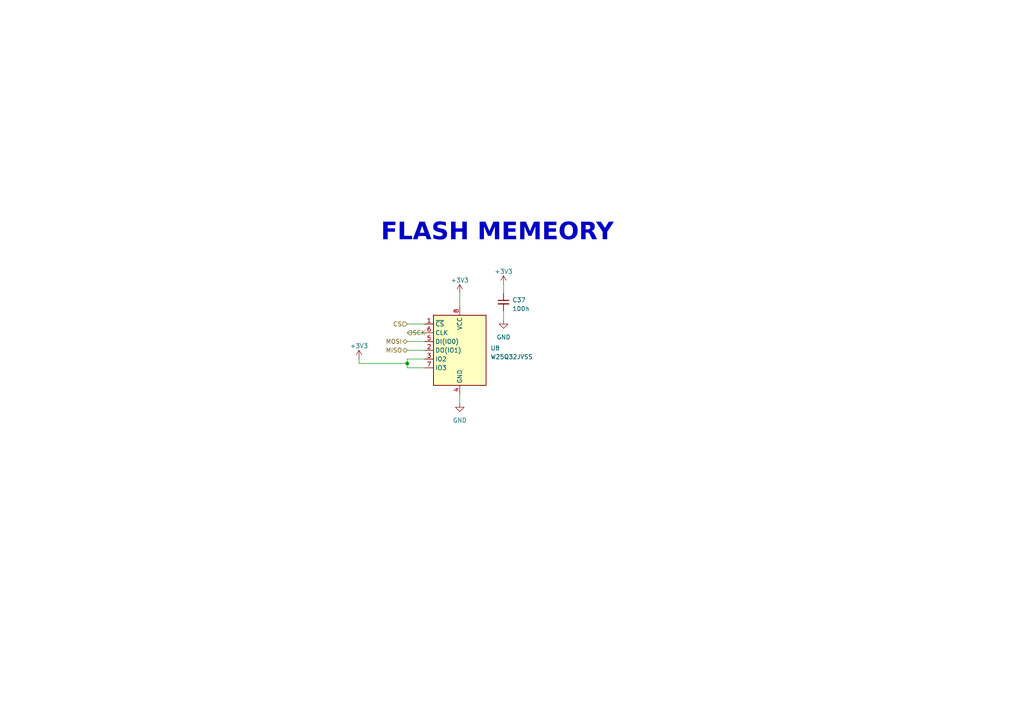
<source format=kicad_sch>
(kicad_sch (version 20230121) (generator eeschema)
  (paper "A4")
  (lib_symbols
    (symbol "Device:C_Small" (pin_numbers hide) (pin_names (offset 0.254) hide)
      (property "Reference" "C" (at 0.254 1.778 0))
      (property "Value" "C_Small" (at 0.254 -2.032 0))
      (symbol "C_Small_0_1"
        (polyline (pts (xy -1.524 -0.508) (xy 1.524 -0.508)) (stroke (width 0.3302)))
        (polyline (pts (xy -1.524 0.508) (xy 1.524 0.508)) (stroke (width 0.3048)))
      )
      (symbol "C_Small_1_1"
        (pin passive line (at 0 2.54 270) (length 2.032) (name "~") (number "1"))
        (pin passive line (at 0 -2.54 90) (length 2.032) (name "~") (number "2"))
      )
    )
    (symbol "Memory_Flash:W25Q32JVSS"
      (property "Reference" "U" (at -6.35 11.43 0))
      (property "Value" "W25Q32JVSS" (at 7.62 11.43 0))
      (symbol "W25Q32JVSS_0_1"
        (rectangle (start -7.62 10.16) (end 7.62 -10.16) (stroke (width 0.254)) (fill (type background)))
      )
      (symbol "W25Q32JVSS_1_1"
        (pin input line (at -10.16 7.62 0) (length 2.54) (name "~{CS}") (number "1"))
        (pin bidirectional line (at -10.16 0 0) (length 2.54) (name "DO(IO1)") (number "2"))
        (pin bidirectional line (at -10.16 -2.54 0) (length 2.54) (name "IO2") (number "3"))
        (pin power_in line (at 0 -12.7 90) (length 2.54) (name "GND") (number "4"))
        (pin bidirectional line (at -10.16 2.54 0) (length 2.54) (name "DI(IO0)") (number "5"))
        (pin input line (at -10.16 5.08 0) (length 2.54) (name "CLK") (number "6"))
        (pin bidirectional line (at -10.16 -5.08 0) (length 2.54) (name "IO3") (number "7"))
        (pin power_in line (at 0 12.7 270) (length 2.54) (name "VCC") (number "8"))
      )
    )
    (symbol "power:+3V3" (power) (pin_names (offset 0))
      (property "Value" "+3V3" (at 0 3.556 0))
      (symbol "+3V3_0_1"
        (polyline (pts (xy -0.762 1.27) (xy 0 2.54)))
        (polyline (pts (xy 0 0) (xy 0 2.54)))
        (polyline (pts (xy 0 2.54) (xy 0.762 1.27)))
      )
      (symbol "+3V3_1_1"
        (pin power_in line (at 0 0 90) (length 0) hide (name "+3V3") (number "1"))
      )
    )
    (symbol "power:GND" (power) (pin_names (offset 0))
      (property "Value" "GND" (at 0 -3.81 0))
      (symbol "GND_0_1"
        (polyline (pts (xy 0 0) (xy 0 -1.27) (xy 1.27 -1.27) (xy 0 -2.54) (xy -1.27 -1.27) (xy 0 -1.27)))
      )
      (symbol "GND_1_1"
        (pin power_in line (at 0 0 270) (length 0) hide (name "GND") (number "1"))
      )
    )
  )
  (junction (at 118.11 105.41))
  (wire (pts (xy 133.35 116.84) (xy 133.35 114.3)))
  (wire (pts (xy 133.35 85.09) (xy 133.35 88.9)))
  (wire (pts (xy 118.11 96.52) (xy 123.19 96.52)))
  (wire (pts (xy 118.11 106.68) (xy 123.19 106.68)))
  (wire (pts (xy 118.11 99.06) (xy 123.19 99.06)))
  (wire (pts (xy 146.05 82.55) (xy 146.05 85.09)))
  (wire (pts (xy 146.05 90.17) (xy 146.05 92.71)))
  (wire (pts (xy 104.14 105.41) (xy 118.11 105.41)))
  (wire (pts (xy 118.11 101.6) (xy 123.19 101.6)))
  (wire (pts (xy 104.14 104.14) (xy 104.14 105.41)))
  (wire (pts (xy 123.19 104.14) (xy 118.11 104.14)))
  (wire (pts (xy 118.11 105.41) (xy 118.11 106.68)))
  (wire (pts (xy 118.11 104.14) (xy 118.11 105.41)))
  (wire (pts (xy 118.11 93.98) (xy 123.19 93.98)))
  (text "FLASH MEMEORY\n" (at 110.49 71.755 0) (effects (font (size 5 5) (thickness 0.4) bold) (justify left bottom)))
  (hierarchical_label "SCK" (shape input) (at 118.11 96.52 0))
  (hierarchical_label "MISO" (shape bidirectional) (at 118.11 101.6 180))
  (hierarchical_label "MOSI" (shape bidirectional) (at 118.11 99.06 180))
  (hierarchical_label "CS" (shape input) (at 118.11 93.98 180))
  (symbol (lib_id "power:+3V3") (at 146.05 82.55 0) (unit 1)
    (property "Reference" "#PWR065" (effects hide))
    (property "Value" "+3V3" (at 146.05 78.74 0))
    (instances (project "GPS_MODULE_V3.kicad_pro" (path "" (reference "#PWR065") (unit 1))) (project "BIM_PCB" (path "" (reference "#PWR070") (unit 1))))
  )
  (symbol (lib_id "power:+3V3") (at 133.35 85.09 0) (unit 1)
    (property "Reference" "#PWR063" (effects hide))
    (property "Value" "+3V3" (at 133.35 81.28 0))
    (instances (project "GPS_MODULE_V3.kicad_pro" (path "" (reference "#PWR063") (unit 1))) (project "BIM_PCB" (path "" (reference "#PWR071") (unit 1))))
  )
  (symbol (lib_id "power:GND") (at 146.05 92.71 0) (unit 1)
    (property "Reference" "#PWR066" (effects hide))
    (property "Value" "GND" (at 146.05 97.79 0))
    (instances (project "GPS_MODULE_V3.kicad_pro" (path "" (reference "#PWR066") (unit 1))) (project "BIM_PCB" (path "" (reference "#PWR072") (unit 1))))
  )
  (symbol (lib_id "power:+3V3") (at 104.14 104.14 0) (unit 1)
    (property "Reference" "#PWR062" (effects hide))
    (property "Value" "+3V3" (at 104.14 100.33 0))
    (instances (project "GPS_MODULE_V3.kicad_pro" (path "" (reference "#PWR062") (unit 1))) (project "BIM_PCB" (path "" (reference "#PWR073") (unit 1))))
  )
  (symbol (lib_id "Memory_Flash:W25Q32JVSS") (at 133.35 101.6 0) (unit 1)
    (property "Reference" "U8" (at 142.24 100.965 0) (effects (justify left)))
    (property "Value" "W25Q32JVSS" (at 142.24 103.505 0) (effects (justify left)))
    (property "Footprint" "Package_SO:SOIC-8_5.23x5.23mm_P1.27mm" (effects hide))
    (property "Datasheet" "http://www.winbond.com/resource-files/w25q32jv%20revg%2003272018%20plus.pdf" (effects hide))
  )
  (symbol (lib_id "power:GND") (at 133.35 116.84 0) (unit 1)
    (property "Reference" "#PWR064" (effects hide))
    (property "Value" "GND" (at 133.35 121.92 0))
    (instances (project "GPS_MODULE_V3.kicad_pro" (path "" (reference "#PWR064") (unit 1))) (project "BIM_PCB" (path "" (reference "#PWR074") (unit 1))))
  )
  (symbol (lib_id "Device:C_Small") (at 146.05 87.63 0) (unit 1)
    (property "Reference" "C37" (at 148.59 87.0013 0) (effects (justify left)))
    (property "Value" "100n" (at 148.59 89.5413 0) (effects (justify left)))
    (property "Footprint" "Capacitor_SMD:C_0402_1005Metric" (effects hide))
    (instances (project "GPS_MODULE_V3.kicad_pro" (path "" (reference "C37") (unit 1))) (project "BIM_PCB" (path "" (reference "C39") (unit 1))))
  )
)
</source>
